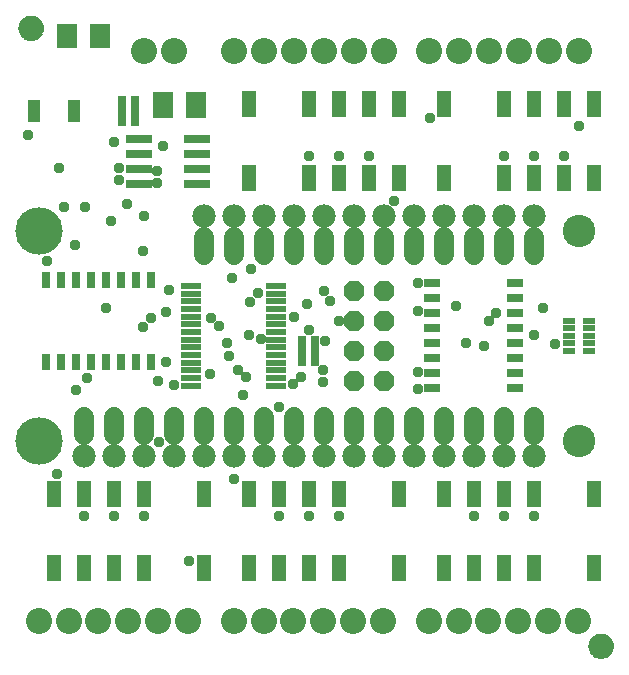
<source format=gts>
G75*
%MOIN*%
%OFA0B0*%
%FSLAX25Y25*%
%IPPOS*%
%LPD*%
%AMOC8*
5,1,8,0,0,1.08239X$1,22.5*
%
%ADD10R,0.02769X0.10249*%
%ADD11R,0.04737X0.08674*%
%ADD12C,0.10800*%
%ADD13C,0.15800*%
%ADD14C,0.07800*%
%ADD15R,0.07099X0.07898*%
%ADD16R,0.07099X0.08674*%
%ADD17C,0.08674*%
%ADD18C,0.00500*%
%ADD19R,0.03162X0.05524*%
%ADD20R,0.05524X0.03162*%
%ADD21R,0.06706X0.02375*%
%ADD22R,0.08600X0.03000*%
%ADD23OC8,0.06800*%
%ADD24C,0.06800*%
%ADD25R,0.04343X0.02178*%
%ADD26R,0.03950X0.07493*%
%ADD27C,0.03778*%
D10*
X0102835Y0106000D03*
X0107165Y0106000D03*
X0047165Y0186000D03*
X0042835Y0186000D03*
D11*
X0085000Y0188382D03*
X0105000Y0188382D03*
X0115000Y0188382D03*
X0125000Y0188382D03*
X0135000Y0188382D03*
X0150000Y0188382D03*
X0170000Y0188382D03*
X0180000Y0188382D03*
X0190000Y0188382D03*
X0200000Y0188382D03*
X0200000Y0163618D03*
X0190000Y0163618D03*
X0180000Y0163618D03*
X0170000Y0163618D03*
X0150000Y0163618D03*
X0135000Y0163618D03*
X0125000Y0163618D03*
X0115000Y0163618D03*
X0105000Y0163618D03*
X0085000Y0163618D03*
X0085000Y0058382D03*
X0095000Y0058382D03*
X0105000Y0058382D03*
X0115000Y0058382D03*
X0135000Y0058382D03*
X0150000Y0058382D03*
X0160000Y0058382D03*
X0170000Y0058382D03*
X0180000Y0058382D03*
X0200000Y0058382D03*
X0200000Y0033618D03*
X0180000Y0033618D03*
X0170000Y0033618D03*
X0160000Y0033618D03*
X0150000Y0033618D03*
X0135000Y0033618D03*
X0115000Y0033618D03*
X0105000Y0033618D03*
X0095000Y0033618D03*
X0085000Y0033618D03*
X0070000Y0033618D03*
X0050000Y0033618D03*
X0040000Y0033618D03*
X0030000Y0033618D03*
X0020000Y0033618D03*
X0020000Y0058382D03*
X0030000Y0058382D03*
X0040000Y0058382D03*
X0050000Y0058382D03*
X0070000Y0058382D03*
D12*
X0195000Y0076000D03*
X0195000Y0146000D03*
D13*
X0015000Y0146000D03*
X0015000Y0076000D03*
D14*
X0030000Y0071000D03*
X0040000Y0071000D03*
X0050000Y0071000D03*
X0060000Y0071000D03*
X0070000Y0071000D03*
X0080000Y0071000D03*
X0090000Y0071000D03*
X0100000Y0071000D03*
X0110000Y0071000D03*
X0120000Y0071000D03*
X0130000Y0071000D03*
X0140000Y0071000D03*
X0150000Y0071000D03*
X0160000Y0071000D03*
X0170000Y0071000D03*
X0180000Y0071000D03*
X0180000Y0151000D03*
X0170000Y0151000D03*
X0160000Y0151000D03*
X0150000Y0151000D03*
X0140000Y0151000D03*
X0130000Y0151000D03*
X0120000Y0151000D03*
X0110000Y0151000D03*
X0100000Y0151000D03*
X0090000Y0151000D03*
X0080000Y0151000D03*
X0070000Y0151000D03*
D15*
X0035598Y0211000D03*
X0024402Y0211000D03*
D16*
X0056488Y0188000D03*
X0067512Y0188000D03*
D17*
X0015000Y0016000D03*
X0025000Y0016000D03*
X0034882Y0016000D03*
X0044882Y0016000D03*
X0054882Y0016000D03*
X0064882Y0016000D03*
X0080000Y0016000D03*
X0090000Y0016000D03*
X0099882Y0016000D03*
X0109882Y0016000D03*
X0119882Y0016000D03*
X0129882Y0016000D03*
X0145000Y0016000D03*
X0155000Y0016000D03*
X0164882Y0016000D03*
X0174882Y0016000D03*
X0184882Y0016000D03*
X0194882Y0016000D03*
X0195000Y0206000D03*
X0185000Y0206000D03*
X0175118Y0206000D03*
X0165118Y0206000D03*
X0155118Y0206000D03*
X0145118Y0206000D03*
X0130000Y0206000D03*
X0120000Y0206000D03*
X0110118Y0206000D03*
X0100118Y0206000D03*
X0090118Y0206000D03*
X0080118Y0206000D03*
X0060000Y0206000D03*
X0050000Y0206000D03*
D18*
X0016377Y0212816D02*
X0016437Y0213500D01*
X0016377Y0214184D01*
X0016200Y0214847D01*
X0015910Y0215469D01*
X0015516Y0216031D01*
X0015031Y0216516D01*
X0014469Y0216910D01*
X0013847Y0217200D01*
X0013184Y0217377D01*
X0012500Y0217437D01*
X0011816Y0217377D01*
X0011153Y0217200D01*
X0010531Y0216910D01*
X0009969Y0216516D01*
X0009484Y0216031D01*
X0009090Y0215469D01*
X0008800Y0214847D01*
X0008623Y0214184D01*
X0008563Y0213500D01*
X0008623Y0212816D01*
X0008800Y0212153D01*
X0009090Y0211531D01*
X0009484Y0210969D01*
X0009969Y0210484D01*
X0010531Y0210090D01*
X0011153Y0209800D01*
X0011816Y0209623D01*
X0012500Y0209563D01*
X0013184Y0209623D01*
X0013847Y0209800D01*
X0014469Y0210090D01*
X0015031Y0210484D01*
X0015516Y0210969D01*
X0015910Y0211531D01*
X0016200Y0212153D01*
X0016377Y0212816D01*
X0016347Y0212704D02*
X0008653Y0212704D01*
X0008589Y0213202D02*
X0016411Y0213202D01*
X0016419Y0213701D02*
X0008581Y0213701D01*
X0008627Y0214199D02*
X0016373Y0214199D01*
X0016239Y0214698D02*
X0008761Y0214698D01*
X0008963Y0215196D02*
X0016037Y0215196D01*
X0015751Y0215695D02*
X0009249Y0215695D01*
X0009647Y0216193D02*
X0015353Y0216193D01*
X0014780Y0216692D02*
X0010220Y0216692D01*
X0011133Y0217190D02*
X0013867Y0217190D01*
X0016213Y0212205D02*
X0008787Y0212205D01*
X0009009Y0211707D02*
X0015991Y0211707D01*
X0015683Y0211208D02*
X0009317Y0211208D01*
X0009744Y0210710D02*
X0015256Y0210710D01*
X0014641Y0210211D02*
X0010359Y0210211D01*
X0011482Y0209712D02*
X0013518Y0209712D01*
X0200531Y0010910D02*
X0201153Y0011200D01*
X0201816Y0011377D01*
X0202500Y0011437D01*
X0203184Y0011377D01*
X0203847Y0011200D01*
X0204469Y0010910D01*
X0205031Y0010516D01*
X0205516Y0010031D01*
X0205910Y0009469D01*
X0206200Y0008847D01*
X0206377Y0008184D01*
X0206437Y0007500D01*
X0206377Y0006816D01*
X0206200Y0006153D01*
X0205910Y0005531D01*
X0205516Y0004969D01*
X0205031Y0004484D01*
X0204469Y0004090D01*
X0203847Y0003800D01*
X0203184Y0003623D01*
X0202500Y0003563D01*
X0201816Y0003623D01*
X0201153Y0003800D01*
X0200531Y0004090D01*
X0199969Y0004484D01*
X0199484Y0004969D01*
X0199090Y0005531D01*
X0198800Y0006153D01*
X0198623Y0006816D01*
X0198563Y0007500D01*
X0198623Y0008184D01*
X0198800Y0008847D01*
X0199090Y0009469D01*
X0199484Y0010031D01*
X0199969Y0010516D01*
X0200531Y0010910D01*
X0200384Y0010806D02*
X0204616Y0010806D01*
X0205239Y0010308D02*
X0199761Y0010308D01*
X0199329Y0009809D02*
X0205671Y0009809D01*
X0205983Y0009311D02*
X0199017Y0009311D01*
X0198791Y0008812D02*
X0206209Y0008812D01*
X0206342Y0008314D02*
X0198658Y0008314D01*
X0198591Y0007815D02*
X0206409Y0007815D01*
X0206421Y0007317D02*
X0198579Y0007317D01*
X0198623Y0006818D02*
X0206377Y0006818D01*
X0206244Y0006320D02*
X0198756Y0006320D01*
X0198955Y0005821D02*
X0206045Y0005821D01*
X0205763Y0005323D02*
X0199237Y0005323D01*
X0199629Y0004824D02*
X0205371Y0004824D01*
X0204805Y0004326D02*
X0200195Y0004326D01*
X0201096Y0003827D02*
X0203904Y0003827D01*
X0203453Y0011305D02*
X0201547Y0011305D01*
D19*
X0052500Y0102220D03*
X0047500Y0102220D03*
X0042500Y0102220D03*
X0037500Y0102220D03*
X0032500Y0102220D03*
X0027500Y0102220D03*
X0022500Y0102220D03*
X0017500Y0102220D03*
X0017500Y0129780D03*
X0022500Y0129780D03*
X0027500Y0129780D03*
X0032500Y0129780D03*
X0037500Y0129780D03*
X0042500Y0129780D03*
X0047500Y0129780D03*
X0052500Y0129780D03*
D20*
X0146220Y0128500D03*
X0146220Y0123500D03*
X0146220Y0118500D03*
X0146220Y0113500D03*
X0146220Y0108500D03*
X0146220Y0103500D03*
X0146220Y0098500D03*
X0146220Y0093500D03*
X0173780Y0093500D03*
X0173780Y0098500D03*
X0173780Y0103500D03*
X0173780Y0108500D03*
X0173780Y0113500D03*
X0173780Y0118500D03*
X0173780Y0123500D03*
X0173780Y0128500D03*
D21*
X0094272Y0127634D03*
X0094272Y0125075D03*
X0094272Y0122516D03*
X0094272Y0119957D03*
X0094272Y0117398D03*
X0094272Y0114839D03*
X0094272Y0112280D03*
X0094272Y0109720D03*
X0094272Y0107161D03*
X0094272Y0104602D03*
X0094272Y0102043D03*
X0094272Y0099484D03*
X0094272Y0096925D03*
X0094272Y0094366D03*
X0065728Y0094366D03*
X0065728Y0096925D03*
X0065728Y0099484D03*
X0065728Y0102043D03*
X0065728Y0104602D03*
X0065728Y0107161D03*
X0065728Y0109720D03*
X0065728Y0112280D03*
X0065728Y0114839D03*
X0065728Y0117398D03*
X0065728Y0119957D03*
X0065728Y0122516D03*
X0065728Y0125075D03*
X0065728Y0127634D03*
D22*
X0067700Y0161500D03*
X0067700Y0166500D03*
X0067700Y0171500D03*
X0067700Y0176500D03*
X0048300Y0176500D03*
X0048300Y0171500D03*
X0048300Y0166500D03*
X0048300Y0161500D03*
D23*
X0120000Y0126000D03*
X0120000Y0116000D03*
X0130000Y0116000D03*
X0130000Y0126000D03*
X0130000Y0106000D03*
X0130000Y0096000D03*
X0120000Y0096000D03*
X0120000Y0106000D03*
D24*
X0120000Y0084000D02*
X0120000Y0078000D01*
X0130000Y0078000D02*
X0130000Y0084000D01*
X0140000Y0084000D02*
X0140000Y0078000D01*
X0150000Y0078000D02*
X0150000Y0084000D01*
X0160000Y0084000D02*
X0160000Y0078000D01*
X0170000Y0078000D02*
X0170000Y0084000D01*
X0180000Y0084000D02*
X0180000Y0078000D01*
X0180000Y0138000D02*
X0180000Y0144000D01*
X0170000Y0144000D02*
X0170000Y0138000D01*
X0160000Y0138000D02*
X0160000Y0144000D01*
X0150000Y0144000D02*
X0150000Y0138000D01*
X0140000Y0138000D02*
X0140000Y0144000D01*
X0130000Y0144000D02*
X0130000Y0138000D01*
X0120000Y0138000D02*
X0120000Y0144000D01*
X0110000Y0144000D02*
X0110000Y0138000D01*
X0100000Y0138000D02*
X0100000Y0144000D01*
X0090000Y0144000D02*
X0090000Y0138000D01*
X0080000Y0138000D02*
X0080000Y0144000D01*
X0070000Y0144000D02*
X0070000Y0138000D01*
X0070000Y0084000D02*
X0070000Y0078000D01*
X0060000Y0078000D02*
X0060000Y0084000D01*
X0050000Y0084000D02*
X0050000Y0078000D01*
X0040000Y0078000D02*
X0040000Y0084000D01*
X0030000Y0084000D02*
X0030000Y0078000D01*
X0080000Y0078000D02*
X0080000Y0084000D01*
X0090000Y0084000D02*
X0090000Y0078000D01*
X0100000Y0078000D02*
X0100000Y0084000D01*
X0110000Y0084000D02*
X0110000Y0078000D01*
D25*
X0191654Y0105961D03*
X0191654Y0108480D03*
X0191654Y0111000D03*
X0191654Y0113520D03*
X0191654Y0116039D03*
X0198346Y0116039D03*
X0198346Y0113520D03*
X0198346Y0111000D03*
X0198346Y0108480D03*
X0198346Y0105961D03*
D26*
X0026693Y0186000D03*
X0013307Y0186000D03*
D27*
X0011511Y0178000D03*
X0021800Y0166800D03*
X0023500Y0154000D03*
X0030500Y0154000D03*
X0039000Y0149200D03*
X0044600Y0155100D03*
X0050000Y0151000D03*
X0054600Y0162000D03*
X0054600Y0166000D03*
X0056600Y0174400D03*
X0040200Y0175600D03*
X0041800Y0166800D03*
X0041800Y0162800D03*
X0027000Y0141200D03*
X0017800Y0136000D03*
X0037400Y0120400D03*
X0049800Y0114000D03*
X0052600Y0116800D03*
X0057400Y0118800D03*
X0058600Y0126400D03*
X0049800Y0139200D03*
X0072500Y0116911D03*
X0075154Y0114222D03*
X0077800Y0108500D03*
X0078400Y0104403D03*
X0081301Y0099699D03*
X0084193Y0097163D03*
X0083000Y0091200D03*
X0072249Y0098251D03*
X0060200Y0094600D03*
X0054711Y0096000D03*
X0057400Y0102400D03*
X0055000Y0075520D03*
X0050000Y0051000D03*
X0040000Y0051000D03*
X0030000Y0051000D03*
X0021000Y0064800D03*
X0027449Y0092949D03*
X0031001Y0097001D03*
X0079400Y0130400D03*
X0085800Y0133200D03*
X0088200Y0125200D03*
X0085400Y0122400D03*
X0085000Y0111200D03*
X0089000Y0110000D03*
X0100000Y0117302D03*
X0104311Y0121500D03*
X0110000Y0126000D03*
X0112032Y0122689D03*
X0115000Y0116000D03*
X0110600Y0109200D03*
X0105000Y0112800D03*
X0109800Y0099600D03*
X0109750Y0095761D03*
X0102556Y0097387D03*
X0099800Y0094800D03*
X0095000Y0087311D03*
X0080000Y0063311D03*
X0095000Y0051000D03*
X0105000Y0051000D03*
X0115000Y0051000D03*
X0141400Y0093200D03*
X0141400Y0098800D03*
X0157314Y0108511D03*
X0163499Y0107501D03*
X0165000Y0116000D03*
X0167573Y0118770D03*
X0154001Y0121000D03*
X0141400Y0119200D03*
X0141500Y0128500D03*
X0133400Y0156000D03*
X0125000Y0171000D03*
X0115000Y0171000D03*
X0105000Y0171000D03*
X0145400Y0183600D03*
X0170000Y0171000D03*
X0180000Y0171000D03*
X0190000Y0171000D03*
X0195000Y0180800D03*
X0183000Y0120400D03*
X0180200Y0111200D03*
X0187000Y0108400D03*
X0180000Y0051000D03*
X0170000Y0051000D03*
X0160000Y0051000D03*
X0065000Y0036000D03*
M02*

</source>
